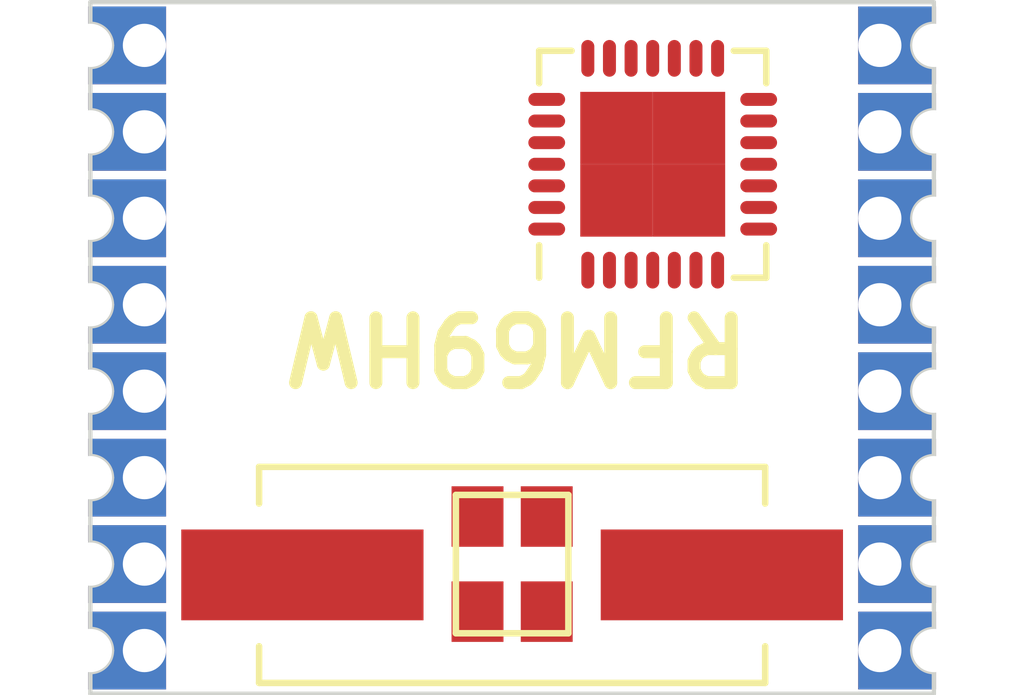
<source format=kicad_pcb>
(kicad_pcb (version 4) (host pcbnew no-vcs-found-product)

  (general
    (links 0)
    (no_connects 0)
    (area 183.49881 22.4 210.00119 38.725)
    (thickness 1.6)
    (drawings 53)
    (tracks 0)
    (zones 0)
    (modules 37)
    (nets 1)
  )

  (page A4)
  (layers
    (0 F.Cu signal)
    (31 B.Cu signal)
    (32 B.Adhes user)
    (33 F.Adhes user)
    (34 B.Paste user)
    (35 F.Paste user)
    (36 B.SilkS user)
    (37 F.SilkS user)
    (38 B.Mask user)
    (39 F.Mask user)
    (40 Dwgs.User user)
    (41 Cmts.User user)
    (42 Eco1.User user)
    (43 Eco2.User user)
    (44 Edge.Cuts user)
    (45 Margin user)
    (46 B.CrtYd user)
    (47 F.CrtYd user)
    (48 B.Fab user)
    (49 F.Fab user)
  )

  (setup
    (last_trace_width 0.25)
    (trace_clearance 0.2)
    (zone_clearance 0.508)
    (zone_45_only no)
    (trace_min 0.2)
    (segment_width 0.2)
    (edge_width 0.1)
    (via_size 0.6)
    (via_drill 0.4)
    (via_min_size 0.4)
    (via_min_drill 0.3)
    (uvia_size 0.3)
    (uvia_drill 0.1)
    (uvias_allowed no)
    (uvia_min_size 0.2)
    (uvia_min_drill 0.1)
    (pcb_text_width 0.3)
    (pcb_text_size 1.5 1.5)
    (mod_edge_width 0.15)
    (mod_text_size 1 1)
    (mod_text_width 0.15)
    (pad_size 1 1)
    (pad_drill 1)
    (pad_to_mask_clearance 0)
    (aux_axis_origin 0 0)
    (visible_elements FFFFFFFF)
    (pcbplotparams
      (layerselection 0x00030_80000001)
      (usegerberextensions false)
      (excludeedgelayer true)
      (linewidth 0.100000)
      (plotframeref false)
      (viasonmask false)
      (mode 1)
      (useauxorigin false)
      (hpglpennumber 1)
      (hpglpenspeed 20)
      (hpglpendiameter 15)
      (hpglpenoverlay 2)
      (psnegative false)
      (psa4output false)
      (plotreference true)
      (plotvalue true)
      (plotinvisibletext false)
      (padsonsilk false)
      (subtractmaskfromsilk false)
      (outputformat 1)
      (mirror false)
      (drillshape 1)
      (scaleselection 1)
      (outputdirectory ""))
  )

  (net 0 "")

  (net_class Default "This is the default net class."
    (clearance 0.2)
    (trace_width 0.25)
    (via_dia 0.6)
    (via_drill 0.4)
    (uvia_dia 0.3)
    (uvia_drill 0.1)
  )

  (module Housings_DFN_QFN:QFN-28-1EP_5x5mm_Pitch0.5mm (layer F.Cu) (tedit 55AB8226) (tstamp 55B50158)
    (at 200 26.25 90)
    (descr "28-Lead Plastic Quad Flat, No Lead Package (MQ) - 5x5x0.9 mm Body [QFN or VQFN]; (see Microchip Packaging Specification 00000049BS.pdf)")
    (tags "QFN 0.5")
    (attr smd)
    (fp_text reference REF** (at 0 -3.875 90) (layer F.SilkS) hide
      (effects (font (size 1 1) (thickness 0.15)))
    )
    (fp_text value QFN-28-1EP_5x5mm_Pitch0.5mm (at -8.25 -3.25 180) (layer F.Fab) hide
      (effects (font (size 1 1) (thickness 0.15)))
    )
    (fp_line (start -3.15 -3.15) (end -3.15 3.15) (layer F.CrtYd) (width 0.05))
    (fp_line (start 3.15 -3.15) (end 3.15 3.15) (layer F.CrtYd) (width 0.05))
    (fp_line (start -3.15 -3.15) (end 3.15 -3.15) (layer F.CrtYd) (width 0.05))
    (fp_line (start -3.15 3.15) (end 3.15 3.15) (layer F.CrtYd) (width 0.05))
    (fp_line (start 2.625 -2.625) (end 2.625 -1.875) (layer F.SilkS) (width 0.15))
    (fp_line (start -2.625 2.625) (end -2.625 1.875) (layer F.SilkS) (width 0.15))
    (fp_line (start 2.625 2.625) (end 2.625 1.875) (layer F.SilkS) (width 0.15))
    (fp_line (start -2.625 -2.625) (end -1.875 -2.625) (layer F.SilkS) (width 0.15))
    (fp_line (start -2.625 2.625) (end -1.875 2.625) (layer F.SilkS) (width 0.15))
    (fp_line (start 2.625 2.625) (end 1.875 2.625) (layer F.SilkS) (width 0.15))
    (fp_line (start 2.625 -2.625) (end 1.875 -2.625) (layer F.SilkS) (width 0.15))
    (pad 1 smd oval (at -2.45 -1.5 90) (size 0.85 0.3) (layers F.Cu F.Paste F.Mask))
    (pad 2 smd oval (at -2.45 -1 90) (size 0.85 0.3) (layers F.Cu F.Paste F.Mask))
    (pad 3 smd oval (at -2.45 -0.5 90) (size 0.85 0.3) (layers F.Cu F.Paste F.Mask))
    (pad 4 smd oval (at -2.45 0 90) (size 0.85 0.3) (layers F.Cu F.Paste F.Mask))
    (pad 5 smd oval (at -2.45 0.5 90) (size 0.85 0.3) (layers F.Cu F.Paste F.Mask))
    (pad 6 smd oval (at -2.45 1 90) (size 0.85 0.3) (layers F.Cu F.Paste F.Mask))
    (pad 7 smd oval (at -2.45 1.5 90) (size 0.85 0.3) (layers F.Cu F.Paste F.Mask))
    (pad 8 smd oval (at -1.5 2.45 180) (size 0.85 0.3) (layers F.Cu F.Paste F.Mask))
    (pad 9 smd oval (at -1 2.45 180) (size 0.85 0.3) (layers F.Cu F.Paste F.Mask))
    (pad 10 smd oval (at -0.5 2.45 180) (size 0.85 0.3) (layers F.Cu F.Paste F.Mask))
    (pad 11 smd oval (at 0 2.45 180) (size 0.85 0.3) (layers F.Cu F.Paste F.Mask))
    (pad 12 smd oval (at 0.5 2.45 180) (size 0.85 0.3) (layers F.Cu F.Paste F.Mask))
    (pad 13 smd oval (at 1 2.45 180) (size 0.85 0.3) (layers F.Cu F.Paste F.Mask))
    (pad 14 smd oval (at 1.5 2.45 180) (size 0.85 0.3) (layers F.Cu F.Paste F.Mask))
    (pad 15 smd oval (at 2.45 1.5 90) (size 0.85 0.3) (layers F.Cu F.Paste F.Mask))
    (pad 16 smd oval (at 2.45 1 90) (size 0.85 0.3) (layers F.Cu F.Paste F.Mask))
    (pad 17 smd oval (at 2.45 0.5 90) (size 0.85 0.3) (layers F.Cu F.Paste F.Mask))
    (pad 18 smd oval (at 2.45 0 90) (size 0.85 0.3) (layers F.Cu F.Paste F.Mask))
    (pad 19 smd oval (at 2.45 -0.5 90) (size 0.85 0.3) (layers F.Cu F.Paste F.Mask))
    (pad 20 smd oval (at 2.45 -1 90) (size 0.85 0.3) (layers F.Cu F.Paste F.Mask))
    (pad 21 smd oval (at 2.45 -1.5 90) (size 0.85 0.3) (layers F.Cu F.Paste F.Mask))
    (pad 22 smd oval (at 1.5 -2.45 180) (size 0.85 0.3) (layers F.Cu F.Paste F.Mask))
    (pad 23 smd oval (at 1 -2.45 180) (size 0.85 0.3) (layers F.Cu F.Paste F.Mask))
    (pad 24 smd oval (at 0.5 -2.45 180) (size 0.85 0.3) (layers F.Cu F.Paste F.Mask))
    (pad 25 smd oval (at 0 -2.45 180) (size 0.85 0.3) (layers F.Cu F.Paste F.Mask))
    (pad 26 smd oval (at -0.5 -2.45 180) (size 0.85 0.3) (layers F.Cu F.Paste F.Mask))
    (pad 27 smd oval (at -1 -2.45 180) (size 0.85 0.3) (layers F.Cu F.Paste F.Mask))
    (pad 28 smd oval (at -1.5 -2.45 180) (size 0.85 0.3) (layers F.Cu F.Paste F.Mask))
    (pad 29 smd rect (at 0.8375 0.8375 90) (size 1.675 1.675) (layers F.Cu F.Paste F.Mask)
      (solder_paste_margin_ratio -0.2))
    (pad 29 smd rect (at 0.8375 -0.8375 90) (size 1.675 1.675) (layers F.Cu F.Paste F.Mask)
      (solder_paste_margin_ratio -0.2))
    (pad 29 smd rect (at -0.8375 0.8375 90) (size 1.675 1.675) (layers F.Cu F.Paste F.Mask)
      (solder_paste_margin_ratio -0.2))
    (pad 29 smd rect (at -0.8375 -0.8375 90) (size 1.675 1.675) (layers F.Cu F.Paste F.Mask)
      (solder_paste_margin_ratio -0.2))
    (model Housings_DFN_QFN.3dshapes/QFN-28-1EP_5x5mm_Pitch0.5mm.wrl
      (at (xyz 0 0 0))
      (scale (xyz 1 1 1))
      (rotate (xyz 0 0 0))
    )
  )

  (module Crystals:Crystal_HC49-SD_SMD (layer F.Cu) (tedit 55ABB5E0) (tstamp 55C4160C)
    (at 196.75 35.75)
    (descr "Crystal, Quarz, HC49-SD, SMD,")
    (tags "Crystal, Quarz, HC49-SD, SMD,")
    (attr smd)
    (fp_text reference REF** (at 0 -5.08) (layer F.SilkS) hide
      (effects (font (size 1 1) (thickness 0.15)))
    )
    (fp_text value Crystal_HC49-SD_SMD (at 0 -0.25) (layer F.Fab) hide
      (effects (font (size 1 1) (thickness 0.15)))
    )
    (fp_circle (center 0 0) (end 0.8509 0) (layer F.Adhes) (width 0.381))
    (fp_circle (center 0 0) (end 0.50038 0) (layer F.Adhes) (width 0.381))
    (fp_circle (center 0 0) (end 0.14986 0.0508) (layer F.Adhes) (width 0.381))
    (fp_line (start -5.84962 2.49936) (end 5.84962 2.49936) (layer F.SilkS) (width 0.15))
    (fp_line (start 5.84962 -2.49936) (end -5.84962 -2.49936) (layer F.SilkS) (width 0.15))
    (fp_line (start 5.84962 2.49936) (end 5.84962 1.651) (layer F.SilkS) (width 0.15))
    (fp_line (start 5.84962 -2.49936) (end 5.84962 -1.651) (layer F.SilkS) (width 0.15))
    (fp_line (start -5.84962 2.49936) (end -5.84962 1.651) (layer F.SilkS) (width 0.15))
    (fp_line (start -5.84962 -2.49936) (end -5.84962 -1.651) (layer F.SilkS) (width 0.15))
    (pad 1 smd rect (at -4.84886 0) (size 5.6007 2.10058) (layers F.Cu F.Paste F.Mask))
    (pad 2 smd rect (at 4.84886 0) (size 5.6007 2.10058) (layers F.Cu F.Paste F.Mask))
  )

  (module Wire_Pads:SolderWirePad_single_1mmDrill (layer F.Cu) (tedit 55ABB4D4) (tstamp 55C09BD9)
    (at 187 37.5)
    (fp_text reference REF** (at 5 -6.25) (layer F.SilkS) hide
      (effects (font (size 1 1) (thickness 0.15)))
    )
    (fp_text value SolderWirePad_single_1mmDrill (at 9.75 -2 180) (layer F.Fab) hide
      (effects (font (size 1 1) (thickness 0.15)))
    )
    (pad "" np_thru_hole circle (at 0 0) (size 1 1) (drill 1) (layers *.Cu *.Mask))
  )

  (module Wire_Pads:SolderWirePad_single_1mmDrill (layer F.Cu) (tedit 55ABB4D4) (tstamp 55C09BD5)
    (at 187 35.5)
    (fp_text reference REF** (at 9.5 -4.75) (layer F.SilkS) hide
      (effects (font (size 1 1) (thickness 0.15)))
    )
    (fp_text value SolderWirePad_single_1mmDrill (at 9.75 0) (layer F.Fab) hide
      (effects (font (size 1 1) (thickness 0.15)))
    )
    (pad "" np_thru_hole circle (at 0 0) (size 1 1) (drill 1) (layers *.Cu *.Mask))
  )

  (module Wire_Pads:SolderWirePad_single_1mmDrill (layer F.Cu) (tedit 55ABB4D4) (tstamp 55C09BD1)
    (at 187 33.5)
    (fp_text reference REF** (at 10 -4.25) (layer F.SilkS) hide
      (effects (font (size 1 1) (thickness 0.15)))
    )
    (fp_text value SolderWirePad_single_1mmDrill (at 9.75 2) (layer F.Fab) hide
      (effects (font (size 1 1) (thickness 0.15)))
    )
    (pad "" np_thru_hole circle (at 0 0) (size 1 1) (drill 1) (layers *.Cu *.Mask))
  )

  (module Wire_Pads:SolderWirePad_single_1mmDrill (layer F.Cu) (tedit 55ABB4D4) (tstamp 55C09BCD)
    (at 187 31.5)
    (fp_text reference REF** (at 8.5 -1.75) (layer F.SilkS) hide
      (effects (font (size 1 1) (thickness 0.15)))
    )
    (fp_text value SolderWirePad_single_1mmDrill (at 9.75 4) (layer F.Fab) hide
      (effects (font (size 1 1) (thickness 0.15)))
    )
    (pad "" np_thru_hole circle (at 0 0) (size 1 1) (drill 1) (layers *.Cu *.Mask))
  )

  (module Wire_Pads:SolderWirePad_single_1mmDrill (layer F.Cu) (tedit 55ABB4D4) (tstamp 55C09BC9)
    (at 187 29.5)
    (fp_text reference REF** (at 10.25 1.25) (layer F.SilkS) hide
      (effects (font (size 1 1) (thickness 0.15)))
    )
    (fp_text value SolderWirePad_single_1mmDrill (at 9.75 6) (layer F.Fab) hide
      (effects (font (size 1 1) (thickness 0.15)))
    )
    (pad "" np_thru_hole circle (at 0 0) (size 1 1) (drill 1) (layers *.Cu *.Mask))
  )

  (module Wire_Pads:SolderWirePad_single_1mmDrill (layer F.Cu) (tedit 55ABB4D4) (tstamp 55C09BC5)
    (at 187 27.5)
    (fp_text reference REF** (at 8.5 1.25) (layer F.SilkS) hide
      (effects (font (size 1 1) (thickness 0.15)))
    )
    (fp_text value SolderWirePad_single_1mmDrill (at 9.75 8) (layer F.Fab) hide
      (effects (font (size 1 1) (thickness 0.15)))
    )
    (pad "" np_thru_hole circle (at 0 0) (size 1 1) (drill 1) (layers *.Cu *.Mask))
  )

  (module Wire_Pads:SolderWirePad_single_1mmDrill (layer F.Cu) (tedit 55ABB4D4) (tstamp 55C09BC1)
    (at 187 25.5)
    (fp_text reference REF** (at 9.25 2.5) (layer F.SilkS) hide
      (effects (font (size 1 1) (thickness 0.15)))
    )
    (fp_text value SolderWirePad_single_1mmDrill (at 9.75 10) (layer F.Fab) hide
      (effects (font (size 1 1) (thickness 0.15)))
    )
    (pad "" np_thru_hole circle (at 0 0) (size 1 1) (drill 1) (layers *.Cu *.Mask))
  )

  (module Wire_Pads:SolderWirePad_single_1mmDrill (layer F.Cu) (tedit 55ABB4D4) (tstamp 55C09BBD)
    (at 187 23.5)
    (fp_text reference REF** (at 8.5 2.5) (layer F.SilkS) hide
      (effects (font (size 1 1) (thickness 0.15)))
    )
    (fp_text value SolderWirePad_single_1mmDrill (at 9.75 10.25) (layer F.Fab) hide
      (effects (font (size 1 1) (thickness 0.15)))
    )
    (pad "" np_thru_hole circle (at 0 0) (size 1 1) (drill 1) (layers *.Cu *.Mask))
  )

  (module Wire_Pads:SolderWirePad_single_1mmDrill (layer F.Cu) (tedit 55ABB4D4) (tstamp 55C09BB9)
    (at 206.5 23.5)
    (fp_text reference REF** (at -8.25 3.5) (layer F.SilkS) hide
      (effects (font (size 1 1) (thickness 0.15)))
    )
    (fp_text value SolderWirePad_single_1mmDrill (at -9.75 11.25) (layer F.Fab) hide
      (effects (font (size 1 1) (thickness 0.15)))
    )
    (pad "" np_thru_hole circle (at 0 0) (size 1 1) (drill 1) (layers *.Cu *.Mask))
  )

  (module Wire_Pads:SolderWirePad_single_1mmDrill (layer F.Cu) (tedit 55ABB4D4) (tstamp 55C09BB5)
    (at 206.5 25.5)
    (fp_text reference REF** (at -8 2.5) (layer F.SilkS) hide
      (effects (font (size 1 1) (thickness 0.15)))
    )
    (fp_text value SolderWirePad_single_1mmDrill (at -9.75 9.25) (layer F.Fab) hide
      (effects (font (size 1 1) (thickness 0.15)))
    )
    (pad "" np_thru_hole circle (at 0 0) (size 1 1) (drill 1) (layers *.Cu *.Mask))
  )

  (module Wire_Pads:SolderWirePad_single_1mmDrill (layer F.Cu) (tedit 55ABB4D4) (tstamp 55C09BB1)
    (at 206.5 27.5)
    (fp_text reference REF** (at -8.5 -1) (layer F.SilkS) hide
      (effects (font (size 1 1) (thickness 0.15)))
    )
    (fp_text value SolderWirePad_single_1mmDrill (at -9.75 8) (layer F.Fab) hide
      (effects (font (size 1 1) (thickness 0.15)))
    )
    (pad "" np_thru_hole circle (at 0 0) (size 1 1) (drill 1) (layers *.Cu *.Mask))
  )

  (module Wire_Pads:SolderWirePad_single_1mmDrill (layer F.Cu) (tedit 55ABB4D4) (tstamp 55C09BAD)
    (at 206.5 29.5)
    (fp_text reference REF** (at -8.25 -2.75) (layer F.SilkS) hide
      (effects (font (size 1 1) (thickness 0.15)))
    )
    (fp_text value SolderWirePad_single_1mmDrill (at -9.75 6) (layer F.Fab) hide
      (effects (font (size 1 1) (thickness 0.15)))
    )
    (pad "" np_thru_hole circle (at 0 0) (size 1 1) (drill 1) (layers *.Cu *.Mask))
  )

  (module Wire_Pads:SolderWirePad_single_1mmDrill (layer F.Cu) (tedit 55ABB4D4) (tstamp 55C09BA9)
    (at 206.5 31.5)
    (fp_text reference REF** (at -6.5 -2) (layer F.SilkS) hide
      (effects (font (size 1 1) (thickness 0.15)))
    )
    (fp_text value SolderWirePad_single_1mmDrill (at -9.75 4.25) (layer F.Fab) hide
      (effects (font (size 1 1) (thickness 0.15)))
    )
    (pad "" np_thru_hole circle (at 0 0) (size 1 1) (drill 1) (layers *.Cu *.Mask))
  )

  (module Wire_Pads:SolderWirePad_single_1mmDrill (layer F.Cu) (tedit 55ABB4D4) (tstamp 55C09BA5)
    (at 206.5 33.5)
    (fp_text reference REF** (at -7.25 -3.81) (layer F.SilkS) hide
      (effects (font (size 1 1) (thickness 0.15)))
    )
    (fp_text value SolderWirePad_single_1mmDrill (at -9.75 2) (layer F.Fab) hide
      (effects (font (size 1 1) (thickness 0.15)))
    )
    (pad "" np_thru_hole circle (at 0 0) (size 1 1) (drill 1) (layers *.Cu *.Mask))
  )

  (module Wire_Pads:SolderWirePad_single_1mmDrill (layer F.Cu) (tedit 55ABB4D4) (tstamp 55C09BA1)
    (at 206.5 35.5)
    (fp_text reference REF** (at -9.5 -2.5) (layer F.SilkS) hide
      (effects (font (size 1 1) (thickness 0.15)))
    )
    (fp_text value SolderWirePad_single_1mmDrill (at -9.75 0) (layer F.Fab) hide
      (effects (font (size 1 1) (thickness 0.15)))
    )
    (pad "" np_thru_hole circle (at 0 0) (size 1 1) (drill 1) (layers *.Cu *.Mask))
  )

  (module Wire_Pads:SolderWirePad_single_1mmDrill (layer F.Cu) (tedit 55ABB340) (tstamp 55BD2237)
    (at 205.25 37.5)
    (fp_text reference REF** (at -5.5 -4.25) (layer F.SilkS) hide
      (effects (font (size 1 1) (thickness 0.15)))
    )
    (fp_text value SolderWirePad_single_1mmDrill (at -8.5 -2) (layer F.Fab) hide
      (effects (font (size 1 1) (thickness 0.15)))
    )
    (pad 1 thru_hole rect (at 0 0) (size 1.8 1.8) (drill 1 (offset 0.4 0)) (layers F.Cu F.Mask))
  )

  (module Wire_Pads:SolderWirePad_single_1mmDrill (layer F.Cu) (tedit 55ABB340) (tstamp 55BD2233)
    (at 205.25 35.5)
    (fp_text reference REF** (at -8.25 -4) (layer F.SilkS) hide
      (effects (font (size 1 1) (thickness 0.15)))
    )
    (fp_text value SolderWirePad_single_1mmDrill (at -8.5 0) (layer F.Fab) hide
      (effects (font (size 1 1) (thickness 0.15)))
    )
    (pad 1 thru_hole rect (at 0 0) (size 1.8 1.8) (drill 1 (offset 0.4 0)) (layers F.Cu F.Mask))
  )

  (module Wire_Pads:SolderWirePad_single_1mmDrill (layer F.Cu) (tedit 55ABB340) (tstamp 55BD222F)
    (at 205.25 33.5)
    (fp_text reference REF** (at -3.5 -3.25) (layer F.SilkS) hide
      (effects (font (size 1 1) (thickness 0.15)))
    )
    (fp_text value SolderWirePad_single_1mmDrill (at -8.5 2) (layer F.Fab) hide
      (effects (font (size 1 1) (thickness 0.15)))
    )
    (pad 1 thru_hole rect (at 0 0) (size 1.8 1.8) (drill 1 (offset 0.4 0)) (layers F.Cu F.Mask))
  )

  (module Wire_Pads:SolderWirePad_single_1mmDrill (layer F.Cu) (tedit 55ABB340) (tstamp 55BD222B)
    (at 205.25 31.5)
    (fp_text reference REF** (at -5.25 -3) (layer F.SilkS) hide
      (effects (font (size 1 1) (thickness 0.15)))
    )
    (fp_text value SolderWirePad_single_1mmDrill (at -8.5 4) (layer F.Fab) hide
      (effects (font (size 1 1) (thickness 0.15)))
    )
    (pad 1 thru_hole rect (at 0 0) (size 1.8 1.8) (drill 1 (offset 0.4 0)) (layers F.Cu F.Mask))
  )

  (module Wire_Pads:SolderWirePad_single_1mmDrill (layer F.Cu) (tedit 55ABB340) (tstamp 55BD2227)
    (at 205.25 29.5)
    (fp_text reference REF** (at -8 -3.25) (layer F.SilkS) hide
      (effects (font (size 1 1) (thickness 0.15)))
    )
    (fp_text value SolderWirePad_single_1mmDrill (at -8.5 6) (layer F.Fab) hide
      (effects (font (size 1 1) (thickness 0.15)))
    )
    (pad 1 thru_hole rect (at 0 0) (size 1.8 1.8) (drill 1 (offset 0.4 0)) (layers F.Cu F.Mask))
  )

  (module Wire_Pads:SolderWirePad_single_1mmDrill (layer F.Cu) (tedit 55ABB340) (tstamp 55BD21FE)
    (at 205.25 27.5)
    (fp_text reference REF** (at -7.25 -1) (layer F.SilkS) hide
      (effects (font (size 1 1) (thickness 0.15)))
    )
    (fp_text value SolderWirePad_single_1mmDrill (at -8.5 8) (layer F.Fab) hide
      (effects (font (size 1 1) (thickness 0.15)))
    )
    (pad 1 thru_hole rect (at 0 0) (size 1.8 1.8) (drill 1 (offset 0.4 0)) (layers F.Cu F.Mask))
  )

  (module Wire_Pads:SolderWirePad_single_1mmDrill (layer F.Cu) (tedit 55ABB340) (tstamp 55BD21FA)
    (at 205.25 25.5)
    (fp_text reference REF** (at -4.75 1) (layer F.SilkS) hide
      (effects (font (size 1 1) (thickness 0.15)))
    )
    (fp_text value SolderWirePad_single_1mmDrill (at -8.5 8) (layer F.Fab) hide
      (effects (font (size 1 1) (thickness 0.15)))
    )
    (pad 1 thru_hole rect (at 0 0) (size 1.8 1.8) (drill 1 (offset 0.4 0)) (layers F.Cu F.Mask))
  )

  (module Wire_Pads:SolderWirePad_single_1mmDrill (layer F.Cu) (tedit 55ABB340) (tstamp 55BD21DB)
    (at 205.25 23.5)
    (fp_text reference REF** (at -7 4.25) (layer F.SilkS) hide
      (effects (font (size 1 1) (thickness 0.15)))
    )
    (fp_text value SolderWirePad_single_1mmDrill (at -8.5 11.25) (layer F.Fab) hide
      (effects (font (size 1 1) (thickness 0.15)))
    )
    (pad 1 thru_hole rect (at 0 0) (size 1.8 1.8) (drill 1 (offset 0.4 0)) (layers F.Cu F.Mask))
  )

  (module Wire_Pads:SolderWirePad_single_1mmDrill (layer F.Cu) (tedit 55ABB340) (tstamp 55BD21D6)
    (at 188.25 23.5 180)
    (fp_text reference REF** (at -9 -5.5 180) (layer F.SilkS) hide
      (effects (font (size 1 1) (thickness 0.15)))
    )
    (fp_text value SolderWirePad_single_1mmDrill (at -8.5 -10 180) (layer F.Fab) hide
      (effects (font (size 1 1) (thickness 0.15)))
    )
    (pad 1 thru_hole rect (at 0 0 180) (size 1.8 1.8) (drill 1 (offset 0.4 0)) (layers F.Cu F.Mask))
  )

  (module Wire_Pads:SolderWirePad_single_1mmDrill (layer F.Cu) (tedit 55ABB340) (tstamp 55BD21D0)
    (at 188.25 25.5 180)
    (fp_text reference REF** (at -9 -4.75 180) (layer F.SilkS) hide
      (effects (font (size 1 1) (thickness 0.15)))
    )
    (fp_text value SolderWirePad_single_1mmDrill (at -8.5 -9.75 180) (layer F.Fab) hide
      (effects (font (size 1 1) (thickness 0.15)))
    )
    (pad 1 thru_hole rect (at 0 0 180) (size 1.8 1.8) (drill 1 (offset 0.4 0)) (layers F.Cu F.Mask))
  )

  (module Wire_Pads:SolderWirePad_single_1mmDrill (layer F.Cu) (tedit 55ABB340) (tstamp 55BD21CB)
    (at 188.25 27.5 180)
    (fp_text reference REF** (at -4.75 -3.25 180) (layer F.SilkS) hide
      (effects (font (size 1 1) (thickness 0.15)))
    )
    (fp_text value SolderWirePad_single_1mmDrill (at -8.5 -7.75 180) (layer F.Fab) hide
      (effects (font (size 1 1) (thickness 0.15)))
    )
    (pad 1 thru_hole rect (at 0 0 180) (size 1.8 1.8) (drill 1 (offset 0.4 0)) (layers F.Cu F.Mask))
  )

  (module Wire_Pads:SolderWirePad_single_1mmDrill (layer F.Cu) (tedit 55ABB340) (tstamp 55BD21C6)
    (at 188.25 29.5 180)
    (fp_text reference REF** (at 0 -3.81 180) (layer F.SilkS) hide
      (effects (font (size 1 1) (thickness 0.15)))
    )
    (fp_text value SolderWirePad_single_1mmDrill (at -8.5 -4.25 180) (layer F.Fab) hide
      (effects (font (size 1 1) (thickness 0.15)))
    )
    (pad 1 thru_hole rect (at 0 0 180) (size 1.8 1.8) (drill 1 (offset 0.4 0)) (layers F.Cu F.Mask))
  )

  (module Wire_Pads:SolderWirePad_single_1mmDrill (layer F.Cu) (tedit 55ABB340) (tstamp 55BD21C1)
    (at 188.25 31.5 180)
    (fp_text reference REF** (at 0 -3.81 180) (layer F.SilkS) hide
      (effects (font (size 1 1) (thickness 0.15)))
    )
    (fp_text value SolderWirePad_single_1mmDrill (at -8.5 -2 180) (layer F.Fab) hide
      (effects (font (size 1 1) (thickness 0.15)))
    )
    (pad 1 thru_hole rect (at 0 0 180) (size 1.8 1.8) (drill 1 (offset 0.4 0)) (layers F.Cu F.Mask))
  )

  (module Wire_Pads:SolderWirePad_single_1mmDrill (layer F.Cu) (tedit 55ABB340) (tstamp 55BD21AF)
    (at 188.25 33.5 180)
    (fp_text reference REF** (at 0 -3.81 180) (layer F.SilkS) hide
      (effects (font (size 1 1) (thickness 0.15)))
    )
    (fp_text value SolderWirePad_single_1mmDrill (at -8.5 -2 180) (layer F.Fab) hide
      (effects (font (size 1 1) (thickness 0.15)))
    )
    (pad 1 thru_hole rect (at 0 0 180) (size 1.8 1.8) (drill 1 (offset 0.4 0)) (layers F.Cu F.Mask))
  )

  (module Wire_Pads:SolderWirePad_single_1mmDrill (layer F.Cu) (tedit 55ABB340) (tstamp 55BD21AA)
    (at 188.25 35.5 180)
    (fp_text reference REF** (at -2.5 -0.75 180) (layer F.SilkS) hide
      (effects (font (size 1 1) (thickness 0.15)))
    )
    (fp_text value SolderWirePad_single_1mmDrill (at -8.5 -0.25 180) (layer F.Fab) hide
      (effects (font (size 1 1) (thickness 0.15)))
    )
    (pad 1 thru_hole rect (at 0 0 180) (size 1.8 1.8) (drill 1 (offset 0.4 0)) (layers F.Cu F.Mask))
  )

  (module Wire_Pads:SolderWirePad_single_1mmDrill (layer F.Cu) (tedit 55ABB340) (tstamp 55BD2186)
    (at 188.25 37.5 180)
    (fp_text reference REF** (at -3.5 -0.25 180) (layer F.SilkS) hide
      (effects (font (size 1 1) (thickness 0.15)))
    )
    (fp_text value SolderWirePad_single_1mmDrill (at -8.5 2 180) (layer F.Fab) hide
      (effects (font (size 1 1) (thickness 0.15)))
    )
    (pad 1 thru_hole rect (at 0 0 180) (size 1.8 1.8) (drill 1 (offset 0.4 0)) (layers F.Cu F.Mask))
  )

  (module Wire_Pads:SolderWirePad_single_1mmDrill (layer F.Cu) (tedit 55ABB35C) (tstamp 55BD2181)
    (at 188.25 35.5 180)
    (fp_text reference REF** (at -2.5 -0.25 180) (layer F.SilkS) hide
      (effects (font (size 1 1) (thickness 0.15)))
    )
    (fp_text value SolderWirePad_single_1mmDrill (at -8.5 -0.25 180) (layer F.Fab) hide
      (effects (font (size 1 1) (thickness 0.15)))
    )
  )

  (module Wire_Pads:SolderWirePad_single_1mmDrill (layer F.Cu) (tedit 55ABB358) (tstamp 55BD217C)
    (at 188.25 33.5 180)
    (fp_text reference REF** (at 0 -3.81 180) (layer F.SilkS) hide
      (effects (font (size 1 1) (thickness 0.15)))
    )
    (fp_text value SolderWirePad_single_1mmDrill (at -8.5 -2 180) (layer F.Fab) hide
      (effects (font (size 1 1) (thickness 0.15)))
    )
  )

  (module Wire_Pads:SolderWirePad_single_1mmDrill (layer F.Cu) (tedit 55ABB4D4) (tstamp 55C09B69)
    (at 206.5 37.5)
    (fp_text reference REF** (at -8.45 -3.6) (layer F.SilkS) hide
      (effects (font (size 1 1) (thickness 0.15)))
    )
    (fp_text value SolderWirePad_single_1mmDrill (at -9.75 -2) (layer F.Fab) hide
      (effects (font (size 1 1) (thickness 0.15)))
    )
    (pad "" np_thru_hole circle (at 0 0) (size 1 1) (drill 1) (layers *.Cu *.Mask))
  )

  (module Crystals_Oscillators_SMD:crystal_FA238-TSX3225 (layer F.Cu) (tedit 55ABB579) (tstamp 55C1C63D)
    (at 196.75 35.5 90)
    (descr "crystal Epson Toyocom FA-238 and TSX-3225 series")
    (fp_text reference REF** (at -0.1 -2.3 90) (layer F.SilkS) hide
      (effects (font (size 1 1) (thickness 0.15)))
    )
    (fp_text value crystal_FA238-TSX3225 (at 6 0 180) (layer F.Fab) hide
      (effects (font (size 1 1) (thickness 0.15)))
    )
    (fp_line (start -1.6 -1.3) (end 1.6 -1.3) (layer F.SilkS) (width 0.15))
    (fp_line (start 1.6 -1.3) (end 1.6 1.3) (layer F.SilkS) (width 0.15))
    (fp_line (start 1.6 1.3) (end -1.6 1.3) (layer F.SilkS) (width 0.15))
    (fp_line (start -1.6 1.3) (end -1.6 -1.3) (layer F.SilkS) (width 0.15))
    (pad 1 smd rect (at -1.1 0.8 90) (size 1.4 1.2) (layers F.Cu F.Paste F.Mask))
    (pad 3 smd rect (at 1.1 0.8 90) (size 1.4 1.2) (layers F.Cu F.Paste F.Mask))
    (pad 3 smd rect (at -1.1 -0.8 90) (size 1.4 1.2) (layers F.Cu F.Paste F.Mask))
    (pad 2 smd rect (at 1.1 -0.8 90) (size 1.4 1.2) (layers F.Cu F.Paste F.Mask))
    (model Crystals_Oscillators_SMD.3dshapes/crystal_FA238-TSX3225.wrl
      (at (xyz 0 0 0))
      (scale (xyz 0.24 0.24 0.24))
      (rotate (xyz 0 0 0))
    )
  )

  (gr_text RFM69HW (at 196.85 30.48 180) (layer F.SilkS)
    (effects (font (size 1.5 1.5) (thickness 0.3)))
  )
  (gr_arc (start 187 37.5) (end 187.5 37.5) (angle 90) (layer Edge.Cuts) (width 0.1) (tstamp 55AF3751))
  (gr_arc (start 187 37.5) (end 187 37) (angle 90) (layer Edge.Cuts) (width 0.1) (tstamp 55AF3750))
  (gr_arc (start 187 35.5) (end 187.5 35.5) (angle 90) (layer Edge.Cuts) (width 0.1) (tstamp 55AF374F))
  (gr_arc (start 187 35.5) (end 187 35) (angle 90) (layer Edge.Cuts) (width 0.1) (tstamp 55AF374E))
  (gr_arc (start 187 33.5) (end 187.5 33.5) (angle 90) (layer Edge.Cuts) (width 0.1) (tstamp 55AF374D))
  (gr_arc (start 187 33.5) (end 187 33) (angle 90) (layer Edge.Cuts) (width 0.1) (tstamp 55AF374C))
  (gr_arc (start 187 31.5) (end 187.5 31.5) (angle 90) (layer Edge.Cuts) (width 0.1) (tstamp 55AF374B))
  (gr_arc (start 187 31.5) (end 187 31) (angle 90) (layer Edge.Cuts) (width 0.1) (tstamp 55AF374A))
  (gr_arc (start 187 29.5) (end 187.5 29.5) (angle 90) (layer Edge.Cuts) (width 0.1) (tstamp 55AF3749))
  (gr_arc (start 187 29.5) (end 187 29) (angle 90) (layer Edge.Cuts) (width 0.1) (tstamp 55AF3748))
  (gr_arc (start 187 27.5) (end 187.5 27.5) (angle 90) (layer Edge.Cuts) (width 0.1) (tstamp 55AF3747))
  (gr_arc (start 187 27.5) (end 187 27) (angle 90) (layer Edge.Cuts) (width 0.1) (tstamp 55AF3746))
  (gr_arc (start 187 25.5) (end 187.5 25.5) (angle 90) (layer Edge.Cuts) (width 0.1) (tstamp 55AF3745))
  (gr_arc (start 187 25.5) (end 187 25) (angle 90) (layer Edge.Cuts) (width 0.1) (tstamp 55AF3744))
  (gr_arc (start 187 23.5) (end 187.5 23.5) (angle 90) (layer Edge.Cuts) (width 0.1) (tstamp 55AF3743))
  (gr_arc (start 187 23.5) (end 187 23) (angle 90) (layer Edge.Cuts) (width 0.1) (tstamp 55AF3742))
  (gr_line (start 187 38.5) (end 187 38) (angle 90) (layer Edge.Cuts) (width 0.1) (tstamp 55AF3741))
  (gr_line (start 187 37) (end 187 36) (angle 90) (layer Edge.Cuts) (width 0.1) (tstamp 55AF3740))
  (gr_line (start 187 35) (end 187 34) (angle 90) (layer Edge.Cuts) (width 0.1) (tstamp 55AF373F))
  (gr_line (start 187 33) (end 187 32) (angle 90) (layer Edge.Cuts) (width 0.1) (tstamp 55AF373E))
  (gr_line (start 187 31) (end 187 30) (angle 90) (layer Edge.Cuts) (width 0.1) (tstamp 55AF373D))
  (gr_line (start 187 29) (end 187 28) (angle 90) (layer Edge.Cuts) (width 0.1) (tstamp 55AF373C))
  (gr_line (start 187 27) (end 187 26) (angle 90) (layer Edge.Cuts) (width 0.1) (tstamp 55AF373B))
  (gr_line (start 187 25) (end 187 24) (angle 90) (layer Edge.Cuts) (width 0.1) (tstamp 55AF373A))
  (gr_line (start 187 23) (end 187 22.5) (angle 90) (layer Edge.Cuts) (width 0.1) (tstamp 55AF3739))
  (gr_line (start 206.5 38) (end 206.5 38.5) (angle 90) (layer Edge.Cuts) (width 0.1))
  (gr_line (start 206.5 36) (end 206.5 37) (angle 90) (layer Edge.Cuts) (width 0.1))
  (gr_line (start 206.5 34) (end 206.5 35) (angle 90) (layer Edge.Cuts) (width 0.1))
  (gr_line (start 206.5 32) (end 206.5 33) (angle 90) (layer Edge.Cuts) (width 0.1))
  (gr_line (start 206.5 30) (end 206.5 31) (angle 90) (layer Edge.Cuts) (width 0.1))
  (gr_line (start 206.5 28) (end 206.5 29) (angle 90) (layer Edge.Cuts) (width 0.1))
  (gr_line (start 206.5 26) (end 206.5 27) (angle 90) (layer Edge.Cuts) (width 0.1))
  (gr_line (start 206.5 24) (end 206.5 25) (angle 90) (layer Edge.Cuts) (width 0.1))
  (gr_line (start 206.5 22.5) (end 206.5 23) (angle 90) (layer Edge.Cuts) (width 0.1))
  (gr_line (start 206.5 38.5) (end 187 38.5) (angle 90) (layer Edge.Cuts) (width 0.1))
  (gr_arc (start 206.5 37.5) (end 206.5 38) (angle 90) (layer Edge.Cuts) (width 0.1))
  (gr_arc (start 206.5 37.5) (end 206 37.5) (angle 90) (layer Edge.Cuts) (width 0.1))
  (gr_arc (start 206.5 35.5) (end 206.5 36) (angle 90) (layer Edge.Cuts) (width 0.1))
  (gr_arc (start 206.5 35.5) (end 206 35.5) (angle 90) (layer Edge.Cuts) (width 0.1))
  (gr_arc (start 206.5 33.5) (end 206.5 34) (angle 90) (layer Edge.Cuts) (width 0.1))
  (gr_arc (start 206.5 33.5) (end 206 33.5) (angle 90) (layer Edge.Cuts) (width 0.1))
  (gr_arc (start 206.5 31.5) (end 206.5 32) (angle 90) (layer Edge.Cuts) (width 0.1))
  (gr_arc (start 206.5 31.5) (end 206 31.5) (angle 90) (layer Edge.Cuts) (width 0.1))
  (gr_arc (start 206.5 29.5) (end 206.5 30) (angle 90) (layer Edge.Cuts) (width 0.1))
  (gr_arc (start 206.5 29.5) (end 206 29.5) (angle 90) (layer Edge.Cuts) (width 0.1))
  (gr_arc (start 206.5 27.5) (end 206.5 28) (angle 90) (layer Edge.Cuts) (width 0.1))
  (gr_arc (start 206.5 27.5) (end 206 27.5) (angle 90) (layer Edge.Cuts) (width 0.1))
  (gr_arc (start 206.5 25.5) (end 206.5 26) (angle 90) (layer Edge.Cuts) (width 0.1))
  (gr_arc (start 206.5 25.5) (end 206 25.5) (angle 90) (layer Edge.Cuts) (width 0.1))
  (gr_arc (start 206.5 23.5) (end 206.5 24) (angle 90) (layer Edge.Cuts) (width 0.1))
  (gr_arc (start 206.5 23.5) (end 206 23.5) (angle 90) (layer Edge.Cuts) (width 0.1))
  (gr_line (start 187 22.5) (end 206.5 22.5) (angle 90) (layer Edge.Cuts) (width 0.1))

)

</source>
